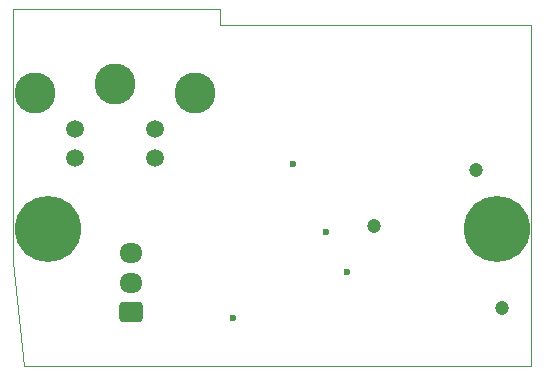
<source format=gbr>
G04 #@! TF.GenerationSoftware,KiCad,Pcbnew,(6.0.10)*
G04 #@! TF.CreationDate,2023-01-19T02:18:08+01:00*
G04 #@! TF.ProjectId,S-VHS ZX Spectrum Rev. D,532d5648-5320-45a5-9820-537065637472,rev?*
G04 #@! TF.SameCoordinates,Original*
G04 #@! TF.FileFunction,Copper,L4,Bot*
G04 #@! TF.FilePolarity,Positive*
%FSLAX46Y46*%
G04 Gerber Fmt 4.6, Leading zero omitted, Abs format (unit mm)*
G04 Created by KiCad (PCBNEW (6.0.10)) date 2023-01-19 02:18:08*
%MOMM*%
%LPD*%
G01*
G04 APERTURE LIST*
G04 Aperture macros list*
%AMRoundRect*
0 Rectangle with rounded corners*
0 $1 Rounding radius*
0 $2 $3 $4 $5 $6 $7 $8 $9 X,Y pos of 4 corners*
0 Add a 4 corners polygon primitive as box body*
4,1,4,$2,$3,$4,$5,$6,$7,$8,$9,$2,$3,0*
0 Add four circle primitives for the rounded corners*
1,1,$1+$1,$2,$3*
1,1,$1+$1,$4,$5*
1,1,$1+$1,$6,$7*
1,1,$1+$1,$8,$9*
0 Add four rect primitives between the rounded corners*
20,1,$1+$1,$2,$3,$4,$5,0*
20,1,$1+$1,$4,$5,$6,$7,0*
20,1,$1+$1,$6,$7,$8,$9,0*
20,1,$1+$1,$8,$9,$2,$3,0*%
G04 Aperture macros list end*
G04 #@! TA.AperFunction,Profile*
%ADD10C,0.050000*%
G04 #@! TD*
G04 #@! TA.AperFunction,ComponentPad*
%ADD11C,5.600000*%
G04 #@! TD*
G04 #@! TA.AperFunction,ComponentPad*
%ADD12C,1.500000*%
G04 #@! TD*
G04 #@! TA.AperFunction,ComponentPad*
%ADD13C,3.465000*%
G04 #@! TD*
G04 #@! TA.AperFunction,ComponentPad*
%ADD14RoundRect,0.250000X0.725000X-0.600000X0.725000X0.600000X-0.725000X0.600000X-0.725000X-0.600000X0*%
G04 #@! TD*
G04 #@! TA.AperFunction,ComponentPad*
%ADD15O,1.950000X1.700000*%
G04 #@! TD*
G04 #@! TA.AperFunction,ViaPad*
%ADD16C,0.600000*%
G04 #@! TD*
G04 #@! TA.AperFunction,ViaPad*
%ADD17C,1.200000*%
G04 #@! TD*
G04 APERTURE END LIST*
D10*
X135763000Y-105283000D02*
X136652000Y-114046000D01*
X179578000Y-85217000D02*
X179578000Y-114046000D01*
X135763000Y-83820000D02*
X135763000Y-105283000D01*
X179578000Y-85217000D02*
X153289000Y-85217000D01*
X153289000Y-83820000D02*
X135763000Y-83820000D01*
X179578000Y-114046000D02*
X136652000Y-114046000D01*
X153289000Y-85217000D02*
X153289000Y-83820000D01*
D11*
X176739000Y-102489000D03*
X138700000Y-102489000D03*
D12*
X140970000Y-93980000D03*
X147770000Y-93980000D03*
X140970000Y-96480000D03*
X147770000Y-96480000D03*
D13*
X137620000Y-90980000D03*
X144370000Y-90180000D03*
X151120000Y-90980000D03*
D14*
X145760000Y-109530000D03*
D15*
X145760000Y-107030000D03*
X145760000Y-104530000D03*
D16*
X162240000Y-102730000D03*
X159455000Y-97005000D03*
X154410000Y-110010000D03*
X164010000Y-106090000D03*
D17*
X174900000Y-97440000D03*
X166290000Y-102180000D03*
X177110000Y-109170000D03*
M02*

</source>
